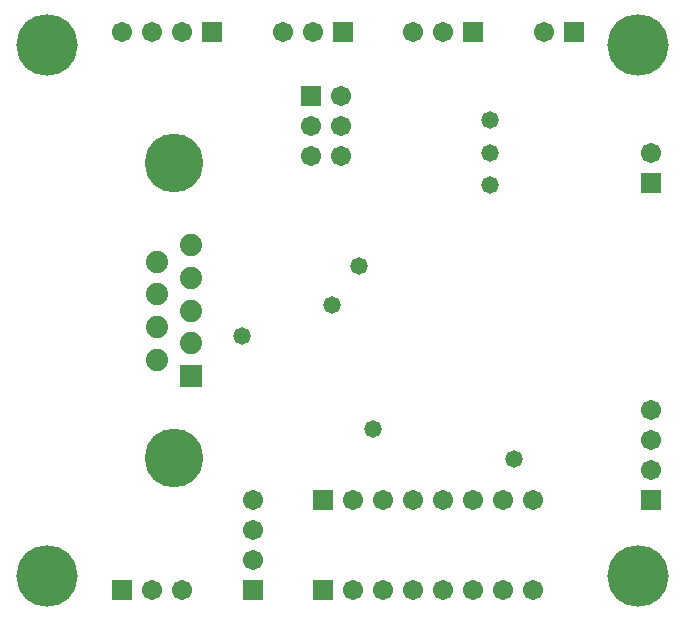
<source format=gbs>
%FSDAX24Y24*%
%MOIN*%
%SFA1B1*%

%IPPOS*%
%ADD49R,0.067100X0.067100*%
%ADD50C,0.067100*%
%ADD51R,0.067100X0.067100*%
%ADD52C,0.074500*%
%ADD53R,0.074500X0.074500*%
%ADD54C,0.195400*%
%ADD55C,0.058000*%
%ADD56C,0.204900*%
%LNmetr4810_pcb_c_layout-1*%
%LPD*%
G54D49*
X008800Y016000D03*
X006858Y-000445D03*
X020130Y002555D03*
Y013100D03*
G54D50*
X009800Y016000D03*
X008800Y015000D03*
X009800D03*
X008800Y014000D03*
X009800D03*
X002500Y018161D03*
X003500D03*
X004500D03*
X013215D03*
X012215D03*
X008858D03*
X007858D03*
X006858Y002555D03*
Y001555D03*
Y000555D03*
X016573Y018161D03*
X010215Y002555D03*
X011215D03*
X012215D03*
X013215D03*
X014215D03*
X015215D03*
X016215D03*
X010215Y-000445D03*
X011215D03*
X012215D03*
X013215D03*
X014215D03*
X015215D03*
X016215D03*
X003500D03*
X004500D03*
X020130Y005555D03*
Y004555D03*
Y003555D03*
Y014100D03*
G54D51*
X005500Y018161D03*
X014215D03*
X009858D03*
X017573D03*
X009215Y002555D03*
Y-000445D03*
X002500D03*
G54D52*
X004799Y011039D03*
X003681Y010494D03*
X004799Y009949D03*
X003681Y009404D03*
X004799Y008858D03*
X003681Y008313D03*
X004799Y007768D03*
X003681Y007222D03*
G54D53*
X004799Y006677D03*
G54D54*
X004240Y003939D03*
Y013778D03*
G54D55*
X010400Y010350D03*
X010850Y004900D03*
X015552Y003900D03*
X009500Y009050D03*
X006500Y008000D03*
X014750Y014125D03*
Y015200D03*
Y013050D03*
G54D56*
X019685Y017717D03*
Y000000D03*
X000000Y017717D03*
Y000000D03*
M02*
</source>
